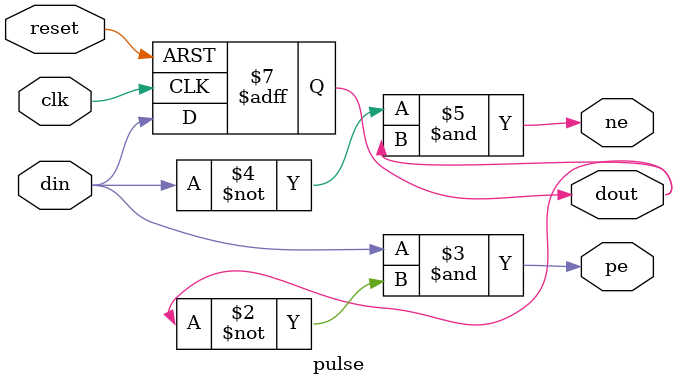
<source format=sv>
/**
 * PET Clone - Open hardware implementation of the Commodore PET
 * by Daniel Lehenbauer and contributors.
 * 
 * https://github.com/DLehenbauer/commodore-pet-clone
 *
 * To the extent possible under law, I, Daniel Lehenbauer, have waived all
 * copyright and related or neighboring rights to this project. This work is
 * published from the United States.
 *
 * @copyright CC0 http://creativecommons.org/publicdomain/zero/1.0/
 * @author Daniel Lehenbauer <DLehenbauer@users.noreply.github.com> and contributors
 */

module sync2(
    input  logic reset,
    input  logic clk,
    input  logic din,           // metastable
    output logic dout = 0
);
    logic din1 = 0;

    always_ff @(posedge clk or posedge reset) begin
        if (reset) { dout, din1 } <= 0;
        else { dout, din1 } <= { din1, din };
    end
endmodule

// Pulse Generator
module pulse(
    input logic reset,
    input logic clk,
    input logic din,
    output logic pe,
    output logic ne,
    output logic dout = 0
);
    always_ff @(posedge clk or posedge reset) begin
        if (reset) dout <= 0;
        else dout <= din;
    end

    assign pe = din & ~dout;
    assign ne = ~din & dout;
endmodule

</source>
